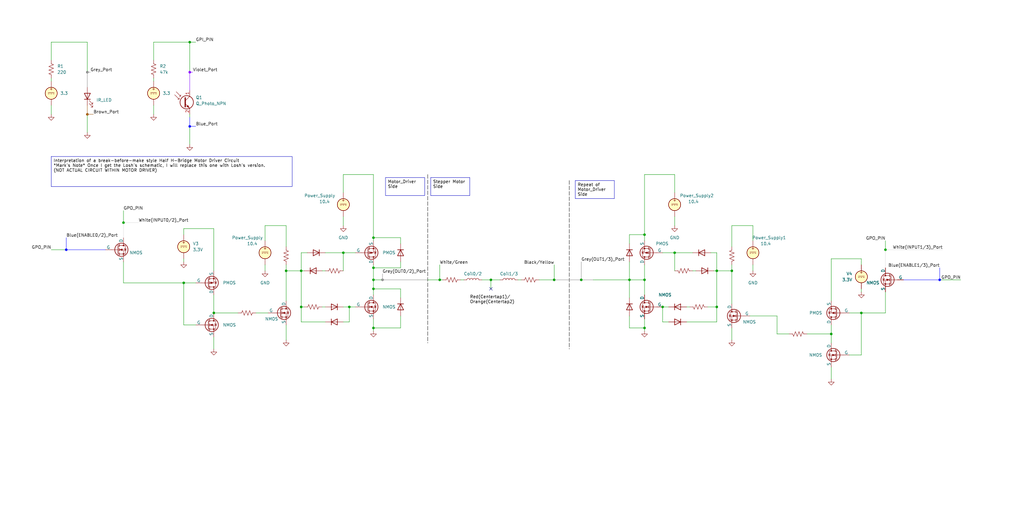
<source format=kicad_sch>
(kicad_sch (version 20230121) (generator eeschema)
  (paper "User" 431.8 219.989)
  (lib_symbols
    (symbol "Device:D" (pin_numbers hide) (pin_names (offset 1.016) hide)
      (property "Reference" "D" (at 0 2.54 0))
      (property "Value" "D" (at 0 -2.54 0))
      (symbol "D_0_1"
        (polyline (pts (xy -1.27 1.27) (xy -1.27 -1.27)) (stroke (width 0.254)))
        (polyline (pts (xy 1.27 0) (xy -1.27 0)))
        (polyline (pts (xy 1.27 1.27) (xy 1.27 -1.27) (xy -1.27 0) (xy 1.27 1.27)) (stroke (width 0.254)))
      )
      (symbol "D_1_1"
        (pin passive line (at -3.81 0 0) (length 2.54) (name "K") (number "1"))
        (pin passive line (at 3.81 0 180) (length 2.54) (name "A") (number "2"))
      )
    )
    (symbol "Device:L" (pin_numbers hide) (pin_names (offset 1.016) hide)
      (property "Reference" "L" (at -1.27 0 90))
      (property "Value" "L" (at 1.905 0 90))
      (symbol "L_0_1"
        (arc (start 0 -2.54) (mid 0.6323 -1.905) (end 0 -1.27))
        (arc (start 0 -1.27) (mid 0.6323 -0.635) (end 0 0))
        (arc (start 0 0) (mid 0.6323 0.635) (end 0 1.27))
        (arc (start 0 1.27) (mid 0.6323 1.905) (end 0 2.54))
      )
      (symbol "L_1_1"
        (pin passive line (at 0 3.81 270) (length 1.27) (name "1") (number "1"))
        (pin passive line (at 0 -3.81 90) (length 1.27) (name "2") (number "2"))
      )
    )
    (symbol "Device:LED" (pin_numbers hide) (pin_names (offset 1.016) hide)
      (property "Reference" "D" (at 0 2.54 0))
      (property "Value" "LED" (at 0 -2.54 0))
      (symbol "LED_0_1"
        (polyline (pts (xy -1.27 -1.27) (xy -1.27 1.27)) (stroke (width 0.254)))
        (polyline (pts (xy -1.27 0) (xy 1.27 0)))
        (polyline (pts (xy 1.27 -1.27) (xy 1.27 1.27) (xy -1.27 0) (xy 1.27 -1.27)) (stroke (width 0.254)))
        (polyline (pts (xy -3.048 -0.762) (xy -4.572 -2.286) (xy -3.81 -2.286) (xy -4.572 -2.286) (xy -4.572 -1.524)))
        (polyline (pts (xy -1.778 -0.762) (xy -3.302 -2.286) (xy -2.54 -2.286) (xy -3.302 -2.286) (xy -3.302 -1.524)))
      )
      (symbol "LED_1_1"
        (pin passive line (at -3.81 0 0) (length 2.54) (name "K") (number "1"))
        (pin passive line (at 3.81 0 180) (length 2.54) (name "A") (number "2"))
      )
    )
    (symbol "Device:Q_Photo_NPN" (pin_names (offset 0) hide)
      (property "Reference" "Q" (at 5.08 1.27 0))
      (property "Value" "Q_Photo_NPN" (at 5.08 -1.27 0))
      (symbol "Q_Photo_NPN_0_1"
        (polyline (pts (xy -1.905 1.27) (xy -2.54 1.27)))
        (polyline (pts (xy -1.27 2.54) (xy -1.905 2.54)))
        (polyline (pts (xy 0.635 0.635) (xy 2.54 2.54)))
        (polyline (pts (xy -3.81 3.175) (xy -1.905 1.27) (xy -1.905 1.905)))
        (polyline (pts (xy -3.175 4.445) (xy -1.27 2.54) (xy -1.27 3.175)))
        (polyline (pts (xy 0.635 -0.635) (xy 2.54 -2.54) (xy 2.54 -2.54)))
        (polyline (pts (xy 0.635 1.905) (xy 0.635 -1.905) (xy 0.635 -1.905)) (stroke (width 0.508)))
        (polyline (pts (xy 1.27 -1.778) (xy 1.778 -1.27) (xy 2.286 -2.286) (xy 1.27 -1.778) (xy 1.27 -1.778)) (fill (type outline)))
        (circle (center 1.27 0) (radius 2.8194) (stroke (width 0.254)))
      )
      (symbol "Q_Photo_NPN_1_1"
        (pin passive line (at 2.54 5.08 270) (length 2.54) (name "C") (number "1"))
        (pin passive line (at 2.54 -5.08 90) (length 2.54) (name "E") (number "2"))
      )
    )
    (symbol "Device:R_US" (pin_numbers hide) (pin_names (offset 0))
      (property "Reference" "R" (at 2.54 0 90))
      (property "Value" "R_US" (at -2.54 0 90))
      (symbol "R_US_0_1"
        (polyline (pts (xy 0 -2.286) (xy 0 -2.54)))
        (polyline (pts (xy 0 2.286) (xy 0 2.54)))
        (polyline (pts (xy 0 -0.762) (xy 1.016 -1.143) (xy 0 -1.524) (xy -1.016 -1.905) (xy 0 -2.286)))
        (polyline (pts (xy 0 0.762) (xy 1.016 0.381) (xy 0 0) (xy -1.016 -0.381) (xy 0 -0.762)))
        (polyline (pts (xy 0 2.286) (xy 1.016 1.905) (xy 0 1.524) (xy -1.016 1.143) (xy 0 0.762)))
      )
      (symbol "R_US_1_1"
        (pin passive line (at 0 3.81 270) (length 1.27) (name "~") (number "1"))
        (pin passive line (at 0 -3.81 90) (length 1.27) (name "~") (number "2"))
      )
    )
    (symbol "Simulation_SPICE:NMOS" (pin_numbers hide) (pin_names (offset 0))
      (property "Reference" "Q" (at 5.08 1.27 0))
      (property "Value" "NMOS" (at 5.08 -1.27 0))
      (symbol "NMOS_0_1"
        (polyline (pts (xy 0.254 0) (xy -2.54 0)))
        (polyline (pts (xy 0.254 1.905) (xy 0.254 -1.905)) (stroke (width 0.254)))
        (polyline (pts (xy 0.762 -1.27) (xy 0.762 -2.286)) (stroke (width 0.254)))
        (polyline (pts (xy 0.762 0.508) (xy 0.762 -0.508)) (stroke (width 0.254)))
        (polyline (pts (xy 0.762 2.286) (xy 0.762 1.27)) (stroke (width 0.254)))
        (polyline (pts (xy 2.54 2.54) (xy 2.54 1.778)))
        (polyline (pts (xy 2.54 -2.54) (xy 2.54 0) (xy 0.762 0)))
        (polyline (pts (xy 0.762 -1.778) (xy 3.302 -1.778) (xy 3.302 1.778) (xy 0.762 1.778)))
        (polyline (pts (xy 1.016 0) (xy 2.032 0.381) (xy 2.032 -0.381) (xy 1.016 0)) (fill (type outline)))
        (polyline (pts (xy 2.794 0.508) (xy 2.921 0.381) (xy 3.683 0.381) (xy 3.81 0.254)))
        (polyline (pts (xy 3.302 0.381) (xy 2.921 -0.254) (xy 3.683 -0.254) (xy 3.302 0.381)))
        (circle (center 1.651 0) (radius 2.794) (stroke (width 0.254)))
        (circle (center 2.54 -1.778) (radius 0.254) (fill (type outline)))
        (circle (center 2.54 1.778) (radius 0.254) (fill (type outline)))
      )
      (symbol "NMOS_1_1"
        (pin passive line (at 2.54 5.08 270) (length 2.54) (name "D") (number "1"))
        (pin input line (at -5.08 0 0) (length 2.54) (name "G") (number "2"))
        (pin passive line (at 2.54 -5.08 90) (length 2.54) (name "S") (number "3"))
      )
    )
    (symbol "Simulation_SPICE:PMOS" (pin_numbers hide) (pin_names (offset 0))
      (property "Reference" "Q" (at 5.08 1.27 0))
      (property "Value" "PMOS" (at 5.08 -1.27 0))
      (symbol "PMOS_0_1"
        (polyline (pts (xy 0.254 0) (xy -2.54 0)))
        (polyline (pts (xy 0.254 1.905) (xy 0.254 -1.905)) (stroke (width 0.254)))
        (polyline (pts (xy 0.762 -1.27) (xy 0.762 -2.286)) (stroke (width 0.254)))
        (polyline (pts (xy 0.762 0.508) (xy 0.762 -0.508)) (stroke (width 0.254)))
        (polyline (pts (xy 0.762 2.286) (xy 0.762 1.27)) (stroke (width 0.254)))
        (polyline (pts (xy 2.54 2.54) (xy 2.54 1.778)))
        (polyline (pts (xy 2.54 -2.54) (xy 2.54 0) (xy 0.762 0)))
        (polyline (pts (xy 0.762 1.778) (xy 3.302 1.778) (xy 3.302 -1.778) (xy 0.762 -1.778)))
        (polyline (pts (xy 2.286 0) (xy 1.27 0.381) (xy 1.27 -0.381) (xy 2.286 0)) (fill (type outline)))
        (polyline (pts (xy 2.794 -0.508) (xy 2.921 -0.381) (xy 3.683 -0.381) (xy 3.81 -0.254)))
        (polyline (pts (xy 3.302 -0.381) (xy 2.921 0.254) (xy 3.683 0.254) (xy 3.302 -0.381)))
        (circle (center 1.651 0) (radius 2.794) (stroke (width 0.254)))
        (circle (center 2.54 -1.778) (radius 0.254) (fill (type outline)))
        (circle (center 2.54 1.778) (radius 0.254) (fill (type outline)))
      )
      (symbol "PMOS_1_1"
        (pin passive line (at 2.54 5.08 270) (length 2.54) (name "D") (number "1"))
        (pin input line (at -5.08 0 0) (length 2.54) (name "G") (number "2"))
        (pin passive line (at 2.54 -5.08 90) (length 2.54) (name "S") (number "3"))
      )
    )
    (symbol "Simulation_SPICE:VDC" (pin_numbers hide) (pin_names (offset 0.0254))
      (property "Reference" "V" (at 2.54 2.54 0))
      (property "Value" "1" (at 2.54 0 0))
      (symbol "VDC_0_0"
        (polyline (pts (xy -1.27 0.254) (xy 1.27 0.254)))
        (polyline (pts (xy -0.762 -0.254) (xy -1.27 -0.254)))
        (polyline (pts (xy 0.254 -0.254) (xy -0.254 -0.254)))
        (polyline (pts (xy 1.27 -0.254) (xy 0.762 -0.254)))
        (text "+" (at 0 1.905 0) (effects (font (size 1.27 1.27))))
      )
      (symbol "VDC_0_1"
        (circle (center 0 0) (radius 2.54) (stroke (width 0.254)) (fill (type background)))
      )
      (symbol "VDC_1_1"
        (pin passive line (at 0 5.08 270) (length 2.54) (name "~") (number "1"))
        (pin passive line (at 0 -5.08 90) (length 2.54) (name "~") (number "2"))
      )
    )
    (symbol "power:GND" (power) (pin_names (offset 0))
      (property "Value" "GND" (at 0 -3.81 0))
      (symbol "GND_0_1"
        (polyline (pts (xy 0 0) (xy 0 -1.27) (xy 1.27 -1.27) (xy 0 -2.54) (xy -1.27 -1.27) (xy 0 -1.27)))
      )
      (symbol "GND_1_1"
        (pin power_in line (at 0 0 270) (length 0) hide (name "GND") (number "1"))
      )
    )
  )
  (junction (at 271.78 118.11))
  (junction (at 147.32 129.54))
  (junction (at 350.52 140.97))
  (junction (at 80.01 30.48) (color 127 0 255 1))
  (junction (at 284.48 106.68))
  (junction (at 127 129.54))
  (junction (at 157.48 100.33))
  (junction (at 363.22 132.08))
  (junction (at 265.43 118.11))
  (junction (at 245.11 118.11))
  (junction (at 36.83 30.48) (color 128 128 128 1))
  (junction (at 157.48 121.92))
  (junction (at 120.65 114.3))
  (junction (at 279.4 129.54))
  (junction (at 52.07 93.98))
  (junction (at 185.42 118.11))
  (junction (at 80.01 53.34) (color 0 0 255 1))
  (junction (at 396.24 118.11) (color 0 0 255 1))
  (junction (at 27.94 105.41) (color 0 0 255 1))
  (junction (at 80.01 17.78))
  (junction (at 302.26 129.54))
  (junction (at 302.26 114.3))
  (junction (at 308.61 114.3))
  (junction (at 271.78 99.06))
  (junction (at 207.01 118.11))
  (junction (at 373.38 105.41))
  (junction (at 127 114.3))
  (junction (at 90.17 132.08))
  (junction (at 144.78 106.68))
  (junction (at 157.48 113.03))
  (junction (at 157.48 138.43))
  (junction (at 77.47 119.38))
  (junction (at 36.83 48.26) (color 150 75 0 1))
  (junction (at 233.68 118.11))
  (junction (at 271.78 138.43))
  (junction (at 161.29 118.11) (color 128 128 128 1))
  (junction (at 157.48 118.11))
  (no_connect (at 207.01 121.92))
  (wire (pts (xy 308.61 111.76) (xy 308.61 114.3)))
  (wire (pts (xy 52.07 93.98) (xy 58.42 93.98)) (stroke (width 0) (color 220 220 220 1)))
  (wire (pts (xy 265.43 118.11) (xy 271.78 118.11)))
  (wire (pts (xy 127 114.3) (xy 128.27 114.3)))
  (wire (pts (xy 396.24 113.03) (xy 396.24 118.11)) (stroke (width 0) (color 0 0 255 1)))
  (wire (pts (xy 64.77 17.78) (xy 80.01 17.78)))
  (wire (pts (xy 290.83 129.54) (xy 289.56 129.54)))
  (wire (pts (xy 36.83 30.48) (xy 38.1 30.48)) (stroke (width 0) (color 128 128 128 1)))
  (wire (pts (xy 52.07 93.98) (xy 52.07 100.33)) (stroke (width 0) (color 220 220 220 1)))
  (wire (pts (xy 381 118.11) (xy 396.24 118.11)) (stroke (width 0) (color 0 0 255 1)))
  (wire (pts (xy 363.22 109.22) (xy 363.22 111.76)))
  (wire (pts (xy 36.83 48.26) (xy 39.37 48.26)) (stroke (width 0) (color 150 75 0 1)))
  (wire (pts (xy 218.44 118.11) (xy 219.71 118.11)))
  (wire (pts (xy 350.52 140.97) (xy 350.52 144.78)))
  (wire (pts (xy 77.47 119.38) (xy 82.55 119.38)))
  (wire (pts (xy 308.61 114.3) (xy 308.61 128.27)))
  (wire (pts (xy 90.17 142.24) (xy 90.17 147.32)))
  (wire (pts (xy 281.94 135.89) (xy 279.4 135.89)))
  (wire (pts (xy 107.95 132.08) (xy 113.03 132.08)))
  (wire (pts (xy 64.77 33.02) (xy 64.77 34.29)))
  (wire (pts (xy 111.76 111.76) (xy 111.76 114.3)))
  (wire (pts (xy 302.26 135.89) (xy 289.56 135.89)))
  (wire (pts (xy 245.11 110.49) (xy 245.11 118.11)) (stroke (width 0) (color 128 128 128 1)))
  (polyline (pts (xy 240.03 76.2) (xy 240.03 147.32)) (stroke (width 0) (type dash) (color 0 0 1 1)))
  (wire (pts (xy 127 106.68) (xy 127 114.3)))
  (wire (pts (xy 265.43 99.06) (xy 265.43 102.87)))
  (wire (pts (xy 111.76 95.25) (xy 120.65 95.25)))
  (wire (pts (xy 157.48 138.43) (xy 168.91 138.43)))
  (wire (pts (xy 271.78 134.62) (xy 271.78 138.43)))
  (wire (pts (xy 293.37 114.3) (xy 292.1 114.3)))
  (wire (pts (xy 157.48 113.03) (xy 157.48 118.11)))
  (polyline (pts (xy 180.34 73.66) (xy 180.34 144.78)) (stroke (width 0) (type dash) (color 0 0 1 1)))
  (wire (pts (xy 144.78 91.44) (xy 144.78 95.25)))
  (wire (pts (xy 147.32 129.54) (xy 149.86 129.54)))
  (wire (pts (xy 127 106.68) (xy 129.54 106.68)))
  (wire (pts (xy 157.48 118.11) (xy 161.29 118.11)))
  (wire (pts (xy 127 135.89) (xy 137.16 135.89)))
  (wire (pts (xy 157.48 121.92) (xy 157.48 124.46)))
  (wire (pts (xy 127 129.54) (xy 127 135.89)))
  (wire (pts (xy 327.66 133.35) (xy 327.66 140.97)))
  (wire (pts (xy 207.01 118.11) (xy 207.01 121.92)))
  (wire (pts (xy 36.83 48.26) (xy 36.83 55.88)))
  (wire (pts (xy 52.07 110.49) (xy 52.07 119.38)))
  (wire (pts (xy 21.59 33.02) (xy 21.59 34.29)))
  (wire (pts (xy 144.78 129.54) (xy 147.32 129.54)))
  (wire (pts (xy 203.2 118.11) (xy 207.01 118.11)))
  (wire (pts (xy 144.78 73.66) (xy 144.78 81.28)))
  (wire (pts (xy 168.91 121.92) (xy 168.91 125.73)))
  (wire (pts (xy 308.61 114.3) (xy 302.26 114.3)))
  (wire (pts (xy 144.78 106.68) (xy 144.78 114.3)))
  (wire (pts (xy 120.65 137.16) (xy 120.65 143.51)))
  (wire (pts (xy 144.78 73.66) (xy 157.48 73.66)))
  (wire (pts (xy 157.48 111.76) (xy 157.48 113.03)))
  (wire (pts (xy 302.26 129.54) (xy 298.45 129.54)))
  (wire (pts (xy 245.11 118.11) (xy 250.19 118.11)) (stroke (width 0) (color 128 128 128 1)))
  (wire (pts (xy 373.38 101.6) (xy 373.38 105.41)))
  (wire (pts (xy 120.65 95.25) (xy 120.65 104.14)))
  (wire (pts (xy 363.22 121.92) (xy 363.22 123.19)))
  (wire (pts (xy 21.59 44.45) (xy 21.59 48.26)))
  (wire (pts (xy 271.78 138.43) (xy 271.78 139.7)))
  (wire (pts (xy 180.34 118.11) (xy 185.42 118.11)))
  (wire (pts (xy 284.48 91.44) (xy 284.48 95.25)))
  (wire (pts (xy 90.17 132.08) (xy 100.33 132.08)))
  (wire (pts (xy 265.43 118.11) (xy 265.43 125.73)))
  (wire (pts (xy 405.13 118.11) (xy 396.24 118.11)))
  (wire (pts (xy 302.26 106.68) (xy 302.26 114.3)))
  (wire (pts (xy 271.78 99.06) (xy 271.78 101.6)))
  (wire (pts (xy 279.4 129.54) (xy 279.4 135.89)))
  (wire (pts (xy 363.22 132.08) (xy 363.22 149.86)))
  (wire (pts (xy 80.01 17.78) (xy 82.55 17.78)))
  (wire (pts (xy 350.52 109.22) (xy 350.52 127)))
  (wire (pts (xy 157.48 73.66) (xy 157.48 100.33)))
  (wire (pts (xy 308.61 138.43) (xy 308.61 143.51)))
  (wire (pts (xy 27.94 100.33) (xy 27.94 105.41)) (stroke (width 0) (color 0 0 255 1)))
  (wire (pts (xy 350.52 140.97) (xy 340.36 140.97)))
  (wire (pts (xy 157.48 118.11) (xy 157.48 121.92)))
  (wire (pts (xy 317.5 111.76) (xy 317.5 114.3)))
  (wire (pts (xy 137.16 106.68) (xy 144.78 106.68)))
  (wire (pts (xy 144.78 106.68) (xy 149.86 106.68)))
  (wire (pts (xy 80.01 48.26) (xy 80.01 49.53)))
  (wire (pts (xy 250.19 118.11) (xy 265.43 118.11)))
  (wire (pts (xy 397.51 105.41) (xy 373.38 105.41)) (stroke (width 0) (color 220 220 220 1)))
  (wire (pts (xy 36.83 30.48) (xy 36.83 36.83)) (stroke (width 0) (color 128 128 128 1)))
  (wire (pts (xy 120.65 114.3) (xy 120.65 127)))
  (wire (pts (xy 363.22 109.22) (xy 350.52 109.22)))
  (wire (pts (xy 265.43 99.06) (xy 271.78 99.06)))
  (wire (pts (xy 302.26 114.3) (xy 300.99 114.3)))
  (wire (pts (xy 135.89 114.3) (xy 137.16 114.3)))
  (wire (pts (xy 157.48 100.33) (xy 157.48 101.6)))
  (wire (pts (xy 120.65 111.76) (xy 120.65 114.3)))
  (wire (pts (xy 80.01 53.34) (xy 80.01 60.96)))
  (wire (pts (xy 332.74 140.97) (xy 327.66 140.97)))
  (wire (pts (xy 157.48 134.62) (xy 157.48 138.43)))
  (wire (pts (xy 80.01 49.53) (xy 80.01 53.34)) (stroke (width 0) (color 0 0 255 1)))
  (wire (pts (xy 157.48 138.43) (xy 157.48 139.7)))
  (wire (pts (xy 284.48 106.68) (xy 284.48 114.3)))
  (wire (pts (xy 77.47 109.22) (xy 77.47 110.49)))
  (wire (pts (xy 265.43 110.49) (xy 265.43 118.11)))
  (wire (pts (xy 77.47 119.38) (xy 77.47 137.16)))
  (wire (pts (xy 327.66 133.35) (xy 316.23 133.35)))
  (wire (pts (xy 80.01 53.34) (xy 82.55 53.34)) (stroke (width 0) (color 0 0 255 1)))
  (wire (pts (xy 233.68 111.76) (xy 233.68 118.11)))
  (wire (pts (xy 302.26 106.68) (xy 299.72 106.68)))
  (wire (pts (xy 168.91 100.33) (xy 168.91 102.87)))
  (wire (pts (xy 36.83 17.78) (xy 36.83 30.48)))
  (wire (pts (xy 157.48 100.33) (xy 168.91 100.33)))
  (wire (pts (xy 233.68 118.11) (xy 245.11 118.11)) (stroke (width 0) (color 128 128 128 1)))
  (wire (pts (xy 265.43 133.35) (xy 265.43 138.43)))
  (wire (pts (xy 350.52 137.16) (xy 350.52 140.97)))
  (wire (pts (xy 157.48 121.92) (xy 168.91 121.92)))
  (wire (pts (xy 168.91 133.35) (xy 168.91 138.43)))
  (wire (pts (xy 317.5 95.25) (xy 317.5 101.6)))
  (wire (pts (xy 157.48 113.03) (xy 168.91 113.03)))
  (wire (pts (xy 363.22 132.08) (xy 373.38 132.08)))
  (wire (pts (xy 77.47 137.16) (xy 82.55 137.16)))
  (wire (pts (xy 185.42 118.11) (xy 186.69 118.11)))
  (wire (pts (xy 194.31 118.11) (xy 195.58 118.11)))
  (wire (pts (xy 21.59 17.78) (xy 36.83 17.78)))
  (wire (pts (xy 147.32 129.54) (xy 147.32 135.89)))
  (wire (pts (xy 77.47 96.52) (xy 77.47 99.06)))
  (wire (pts (xy 284.48 73.66) (xy 284.48 81.28)))
  (wire (pts (xy 271.78 118.11) (xy 271.78 124.46)))
  (wire (pts (xy 90.17 124.46) (xy 90.17 132.08)))
  (wire (pts (xy 284.48 73.66) (xy 271.78 73.66)))
  (wire (pts (xy 271.78 73.66) (xy 271.78 99.06)))
  (wire (pts (xy 317.5 95.25) (xy 308.61 95.25)))
  (wire (pts (xy 36.83 44.45) (xy 36.83 48.26)) (stroke (width 0) (color 150 75 0 1)))
  (wire (pts (xy 373.38 105.41) (xy 373.38 113.03)) (stroke (width 0) (color 220 220 220 1)))
  (wire (pts (xy 302.26 114.3) (xy 302.26 129.54)))
  (wire (pts (xy 161.29 118.11) (xy 180.34 118.11)) (stroke (width 0) (color 128 128 128 1)))
  (wire (pts (xy 207.01 118.11) (xy 210.82 118.11)))
  (wire (pts (xy 90.17 96.52) (xy 90.17 114.3)))
  (wire (pts (xy 363.22 149.86) (xy 358.14 149.86)))
  (wire (pts (xy 52.07 119.38) (xy 77.47 119.38)))
  (wire (pts (xy 64.77 44.45) (xy 64.77 48.26)))
  (wire (pts (xy 308.61 95.25) (xy 308.61 104.14)))
  (wire (pts (xy 292.1 106.68) (xy 284.48 106.68)))
  (wire (pts (xy 80.01 17.78) (xy 80.01 30.48)))
  (wire (pts (xy 265.43 138.43) (xy 271.78 138.43)))
  (wire (pts (xy 363.22 132.08) (xy 358.14 132.08)))
  (wire (pts (xy 284.48 106.68) (xy 279.4 106.68)))
  (wire (pts (xy 77.47 96.52) (xy 90.17 96.52)))
  (wire (pts (xy 135.89 129.54) (xy 137.16 129.54)))
  (wire (pts (xy 161.29 115.57) (xy 161.29 118.11)) (stroke (width 0) (color 128 128 128 1)))
  (wire (pts (xy 271.78 111.76) (xy 271.78 118.11)))
  (wire (pts (xy 120.65 114.3) (xy 127 114.3)))
  (wire (pts (xy 302.26 129.54) (xy 302.26 135.89)))
  (wire (pts (xy 281.94 129.54) (xy 279.4 129.54)))
  (wire (pts (xy 111.76 95.25) (xy 111.76 101.6)))
  (wire (pts (xy 350.52 154.94) (xy 350.52 160.02)))
  (wire (pts (xy 52.07 88.9) (xy 52.07 93.98)))
  (wire (pts (xy 27.94 105.41) (xy 44.45 105.41)) (stroke (width 0) (color 0 0 255 1)))
  (wire (pts (xy 127 129.54) (xy 128.27 129.54)))
  (wire (pts (xy 21.59 105.41) (xy 27.94 105.41)))
  (wire (pts (xy 144.78 135.89) (xy 147.32 135.89)))
  (wire (pts (xy 21.59 17.78) (xy 21.59 25.4)))
  (wire (pts (xy 127 114.3) (xy 127 129.54)))
  (wire (pts (xy 168.91 110.49) (xy 168.91 113.03)))
  (wire (pts (xy 185.42 111.76) (xy 185.42 118.11)))
  (wire (pts (xy 80.01 30.48) (xy 81.28 30.48)) (stroke (width 0) (color 127 0 255 1)))
  (wire (pts (xy 227.33 118.11) (xy 233.68 118.11)))
  (wire (pts (xy 80.01 30.48) (xy 80.01 38.1)) (stroke (width 0) (color 127 0 255 1)))
  (wire (pts (xy 64.77 17.78) (xy 64.77 25.4)))
  (wire (pts (xy 373.38 123.19) (xy 373.38 132.08)))
  (text_box "Motor_Driver Side" (at 162.56 74.93 0) (size 16.51 7.62) (effects (font (size 1.27 1.27)) (justify left top)))
  (text_box "Repeat of Motor_Driver Side" (at 242.57 76.2 0) (size 16.51 7.62) (effects (font (size 1.27 1.27)) (justify left top)))
  (text_box "Stepper Motor Side" (at 181.61 74.93 0) (size 16.51 7.62) (effects (font (size 1.27 1.27)) (justify left top)))
  (text_box "Interpretation of a break-before-make style Half H-Bridge Motor Driver Circuit\n*Mark's Note* Once I get the Losh's schematic, I will replace this one with Losh's version.\n(NOT ACTUAL CIRCUIT WITHIN MOTOR DRIVER)" (at 21.59 66.04 0) (size 101.6 12.7) (effects (font (size 1.27 1.27)) (justify left top)))
  (text "Red(Centertap1)/\nOrange(Centertap2)\n" (at 198.12 128.27 0) (effects (font (size 1.27 1.27)) (justify left bottom)))
  (label "Grey(OUT1{slash}3)_Port" (at 245.11 110.49 0))
  (label "Brown_Port" (at 39.37 48.26 0))
  (label "Black{slash}Yellow" (at 233.68 111.76 180))
  (label "GPI_PIN" (at 82.55 17.78 0))
  (label "Grey(OUT0{slash}2)_Port" (at 161.29 115.57 0))
  (label "GPO_PIN" (at 373.38 101.6 180))
  (label "Grey_Port" (at 38.1 30.48 0))
  (label "White{slash}Green" (at 185.42 111.76 0))
  (label "Blue(ENABLE1{slash}3)_Port" (at 396.24 113.03 180))
  (label "White(INPUT0{slash}2)_Port" (at 58.42 93.98 0))
  (label "GPO_PIN" (at 405.13 118.11 180))
  (label "White(INPUT1{slash}3)_Port" (at 397.51 105.41 180))
  (label "GPO_PIN" (at 52.07 88.9 0))
  (label "GPO_PIN" (at 21.59 105.41 180))
  (label "Violet_Port" (at 81.28 30.48 0))
  (label "Blue(ENABLE0{slash}2)_Port" (at 27.94 100.33 0))
  (label "Blue_Port" (at 82.55 53.34 0))
  (symbol (lib_id "Simulation_SPICE:VDC") (at 64.77 39.37 0) (unit 1)
    (property "Reference" "V2" (effects hide))
    (property "Value" "3.3" (at 68.58 39.3342 0) (effects (justify left)))
    (property "Sim.Pins" "1=+ 2=-" (effects hide))
    (property "Sim.Type" "DC" (effects hide))
    (property "Sim.Device" "V" (effects hide))
  )
  (symbol (lib_id "Simulation_SPICE:PMOS") (at 353.06 132.08 180) (unit 1)
    (property "Reference" "Q9" (effects hide))
    (property "Value" "PMOS" (at 346.71 132.08 0) (effects (justify left)))
    (property "Datasheet" "https://ngspice.sourceforge.io/docs/ngspice-manual.pdf" (effects hide))
    (property "Sim.Device" "PMOS" (effects hide))
    (property "Sim.Type" "VDMOS" (effects hide))
    (property "Sim.Pins" "1=D 2=G 3=S" (effects hide))
  )
  (symbol (lib_id "Device:L") (at 199.39 118.11 90) (unit 1)
    (property "Reference" "Coil0/2" (at 199.39 115.57 90))
    (property "Value" "L" (effects hide))
  )
  (symbol (lib_id "Device:D") (at 140.97 135.89 0) (unit 1)
    (property "Reference" "D4" (effects hide))
    (property "Value" "D" (effects hide))
    (property "Sim.Device" "D" (effects hide))
    (property "Sim.Pins" "1=K 2=A" (effects hide))
  )
  (symbol (lib_id "power:GND") (at 363.22 123.19 0) (mirror y) (unit 1)
    (property "Reference" "#PWR011" (effects hide))
    (property "Value" "GND" (effects hide))
  )
  (symbol (lib_id "Device:D") (at 168.91 129.54 270) (unit 1)
    (property "Reference" "D6" (effects hide))
    (property "Value" "D" (effects hide))
    (property "Sim.Device" "D" (effects hide))
    (property "Sim.Pins" "1=K 2=A" (effects hide))
  )
  (symbol (lib_id "Simulation_SPICE:PMOS") (at 87.63 119.38 0) (mirror x) (unit 1)
    (property "Reference" "Q4" (effects hide))
    (property "Value" "PMOS" (at 93.98 119.38 0) (effects (justify left)))
    (property "Datasheet" "https://ngspice.sourceforge.io/docs/ngspice-manual.pdf" (effects hide))
    (property "Sim.Device" "PMOS" (effects hide))
    (property "Sim.Type" "VDMOS" (effects hide))
    (property "Sim.Pins" "1=D 2=G 3=S" (effects hide))
  )
  (symbol (lib_id "Simulation_SPICE:NMOS") (at 375.92 118.11 0) (mirror y) (unit 1)
    (property "Reference" "Q8" (effects hide))
    (property "Value" "NMOS" (at 370.84 119.38 0) (effects (justify left)))
    (property "Datasheet" "https://ngspice.sourceforge.io/docs/ngspice-manual.pdf" (effects hide))
    (property "Sim.Device" "NMOS" (effects hide))
    (property "Sim.Type" "VDMOS" (effects hide))
    (property "Sim.Pins" "1=D 2=G 3=S" (effects hide))
  )
  (symbol (lib_id "power:GND") (at 64.77 48.26 0) (unit 1)
    (property "Reference" "#PWR03" (effects hide))
    (property "Value" "GND" (effects hide))
  )
  (symbol (lib_id "power:GND") (at 90.17 147.32 0) (unit 1)
    (property "Reference" "#PWR07" (effects hide))
    (property "Value" "GND" (effects hide))
  )
  (symbol (lib_id "Device:R_US") (at 336.55 140.97 270) (mirror x) (unit 1)
    (property "Reference" "R7" (effects hide))
    (property "Value" "R_US" (effects hide))
  )
  (symbol (lib_id "power:GND") (at 284.48 95.25 0) (mirror y) (unit 1)
    (property "Reference" "#PWR015" (effects hide))
    (property "Value" "GND" (at 284.48 100.33 0))
  )
  (symbol (lib_id "Device:R_US") (at 294.64 129.54 270) (mirror x) (unit 1)
    (property "Reference" "R13" (effects hide))
    (property "Value" "R_US" (effects hide))
  )
  (symbol (lib_id "Simulation_SPICE:VDC") (at 21.59 39.37 0) (unit 1)
    (property "Reference" "V1" (effects hide))
    (property "Value" "3.3" (at 25.4 39.3342 0) (effects (justify left)))
    (property "Sim.Pins" "1=+ 2=-" (effects hide))
    (property "Sim.Type" "DC" (effects hide))
    (property "Sim.Device" "V" (effects hide))
  )
  (symbol (lib_id "Simulation_SPICE:NMOS") (at 154.94 129.54 0) (unit 1)
    (property "Reference" "Q7" (effects hide))
    (property "Value" "NMOS" (at 161.29 129.54 0) (effects (justify left)))
    (property "Datasheet" "https://ngspice.sourceforge.io/docs/ngspice-manual.pdf" (effects hide))
    (property "Sim.Device" "NMOS" (effects hide))
    (property "Sim.Type" "VDMOS" (effects hide))
    (property "Sim.Pins" "1=D 2=G 3=S" (effects hide))
  )
  (symbol (lib_id "power:GND") (at 271.78 139.7 0) (mirror y) (unit 1)
    (property "Reference" "#PWR016" (effects hide))
    (property "Value" "GND" (effects hide))
  )
  (symbol (lib_id "power:GND") (at 21.59 48.26 0) (unit 1)
    (property "Reference" "#PWR02" (effects hide))
    (property "Value" "GND" (effects hide))
  )
  (symbol (lib_id "Device:R_US") (at 120.65 107.95 0) (unit 1)
    (property "Reference" "R3" (effects hide))
    (property "Value" "1k" (effects hide))
  )
  (symbol (lib_id "Device:D") (at 265.43 106.68 270) (unit 1)
    (property "Reference" "D7" (effects hide))
    (property "Value" "D" (effects hide))
    (property "Sim.Device" "D" (effects hide))
    (property "Sim.Pins" "1=K 2=A" (effects hide))
  )
  (symbol (lib_id "Device:R_US") (at 190.5 118.11 90) (unit 1)
    (property "Reference" "R4" (effects hide))
    (property "Value" "R_US" (effects hide))
  )
  (symbol (lib_id "Device:D") (at 295.91 106.68 0) (mirror x) (unit 1)
    (property "Reference" "D9" (effects hide))
    (property "Value" "D" (effects hide))
    (property "Sim.Device" "D" (effects hide))
    (property "Sim.Pins" "1=K 2=A" (effects hide))
  )
  (symbol (lib_id "Device:R_US") (at 64.77 29.21 0) (unit 1)
    (property "Reference" "R2" (at 67.31 27.94 0) (effects (justify left)))
    (property "Value" "47k" (at 67.31 30.48 0) (effects (justify left)))
  )
  (symbol (lib_id "power:GND") (at 317.5 114.3 0) (mirror y) (unit 1)
    (property "Reference" "#PWR013" (effects hide))
    (property "Value" "GND" (at 317.5 119.38 0))
  )
  (symbol (lib_id "Simulation_SPICE:VDC") (at 363.22 116.84 0) (mirror y) (unit 1)
    (property "Reference" "V4" (at 359.41 115.5342 0) (effects (justify left)))
    (property "Value" "3.3V" (at 359.41 118.0742 0) (effects (justify left)))
    (property "Sim.Pins" "1=+ 2=-" (effects hide))
    (property "Sim.Type" "DC" (effects hide))
    (property "Sim.Device" "V" (effects hide))
  )
  (symbol (lib_id "Device:LED") (at 36.83 40.64 90) (unit 1)
    (property "Reference" "IR_LED" (at 40.64 42.2275 90) (effects (justify right)))
    (property "Value" "LED" (effects hide))
  )
  (symbol (lib_id "power:GND") (at 144.78 95.25 0) (unit 1)
    (property "Reference" "#PWR09" (effects hide))
    (property "Value" "GND" (at 144.78 100.33 0))
  )
  (symbol (lib_id "power:GND") (at 157.48 139.7 0) (unit 1)
    (property "Reference" "#PWR010" (effects hide))
    (property "Value" "GND" (effects hide))
  )
  (symbol (lib_id "power:GND") (at 308.61 143.51 0) (mirror y) (unit 1)
    (property "Reference" "#PWR014" (effects hide))
    (property "Value" "GND" (effects hide))
  )
  (symbol (lib_id "Device:R_US") (at 104.14 132.08 90) (unit 1)
    (property "Reference" "R6" (effects hide))
    (property "Value" "R_US" (effects hide))
  )
  (symbol (lib_id "Simulation_SPICE:NMOS") (at 87.63 137.16 0) (unit 1)
    (property "Reference" "Q5" (effects hide))
    (property "Value" "NMOS" (at 93.98 137.16 0) (effects (justify left)))
    (property "Datasheet" "https://ngspice.sourceforge.io/docs/ngspice-manual.pdf" (effects hide))
    (property "Sim.Device" "NMOS" (effects hide))
    (property "Sim.Type" "VDMOS" (effects hide))
    (property "Sim.Pins" "1=D 2=G 3=S" (effects hide))
  )
  (symbol (lib_id "Device:D") (at 285.75 135.89 0) (mirror y) (unit 1)
    (property "Reference" "D12" (effects hide))
    (property "Value" "D" (effects hide))
    (property "Sim.Device" "D" (effects hide))
    (property "Sim.Pins" "1=K 2=A" (effects hide))
  )
  (symbol (lib_id "Device:R_US") (at 288.29 114.3 270) (mirror x) (unit 1)
    (property "Reference" "R12" (effects hide))
    (property "Value" "R_US" (effects hide))
  )
  (symbol (lib_id "Device:D") (at 133.35 106.68 180) (unit 1)
    (property "Reference" "D1" (effects hide))
    (property "Value" "D" (effects hide))
    (property "Sim.Device" "D" (effects hide))
    (property "Sim.Pins" "1=K 2=A" (effects hide))
  )
  (symbol (lib_id "Simulation_SPICE:NMOS") (at 274.32 129.54 0) (mirror y) (unit 1)
    (property "Reference" "Q13" (effects hide))
    (property "Value" "NMOS" (at 283.21 124.46 0) (effects (justify left)))
    (property "Datasheet" "https://ngspice.sourceforge.io/docs/ngspice-manual.pdf" (effects hide))
    (property "Sim.Device" "NMOS" (effects hide))
    (property "Sim.Type" "VDMOS" (effects hide))
    (property "Sim.Pins" "1=D 2=G 3=S" (effects hide))
  )
  (symbol (lib_id "Simulation_SPICE:PMOS") (at 274.32 106.68 180) (unit 1)
    (property "Reference" "Q12" (effects hide))
    (property "Value" "PMOS" (at 281.94 102.87 0) (effects (justify left)))
    (property "Datasheet" "https://ngspice.sourceforge.io/docs/ngspice-manual.pdf" (effects hide))
    (property "Sim.Device" "PMOS" (effects hide))
    (property "Sim.Type" "VDMOS" (effects hide))
    (property "Sim.Pins" "1=D 2=G 3=S" (effects hide))
  )
  (symbol (lib_id "Device:D") (at 168.91 106.68 270) (unit 1)
    (property "Reference" "D5" (effects hide))
    (property "Value" "D" (effects hide))
    (property "Sim.Device" "D" (effects hide))
    (property "Sim.Pins" "1=K 2=A" (effects hide))
  )
  (symbol (lib_id "power:GND") (at 120.65 143.51 0) (unit 1)
    (property "Reference" "#PWR06" (effects hide))
    (property "Value" "GND" (effects hide))
  )
  (symbol (lib_id "Device:D") (at 297.18 114.3 0) (mirror y) (unit 1)
    (property "Reference" "D10" (effects hide))
    (property "Value" "D" (effects hide))
    (property "Sim.Device" "D" (effects hide))
    (property "Sim.Pins" "1=K 2=A" (effects hide))
  )
  (symbol (lib_id "Simulation_SPICE:VDC") (at 111.76 106.68 0) (unit 1)
    (property "Reference" "Power_Supply" (at 97.79 100.33 0) (effects (justify left)))
    (property "Value" "10.4" (at 104.14 102.87 0) (effects (justify left)))
    (property "Sim.Pins" "1=+ 2=-" (effects hide))
    (property "Sim.Type" "DC" (effects hide))
    (property "Sim.Device" "V" (effects hide))
  )
  (symbol (lib_id "Simulation_SPICE:PMOS") (at 154.94 106.68 0) (mirror x) (unit 1)
    (property "Reference" "Q6" (effects hide))
    (property "Value" "PMOS" (at 161.29 106.68 0) (effects (justify left)))
    (property "Datasheet" "https://ngspice.sourceforge.io/docs/ngspice-manual.pdf" (effects hide))
    (property "Sim.Device" "PMOS" (effects hide))
    (property "Sim.Type" "VDMOS" (effects hide))
    (property "Sim.Pins" "1=D 2=G 3=S" (effects hide))
  )
  (symbol (lib_id "Simulation_SPICE:NMOS") (at 311.15 133.35 0) (mirror y) (unit 1)
    (property "Reference" "Q11" (effects hide))
    (property "Value" "NMOS" (at 318.77 135.89 0) (effects (justify left)))
    (property "Datasheet" "https://ngspice.sourceforge.io/docs/ngspice-manual.pdf" (effects hide))
    (property "Sim.Device" "NMOS" (effects hide))
    (property "Sim.Type" "VDMOS" (effects hide))
    (property "Sim.Pins" "1=D 2=G 3=S" (effects hide))
  )
  (symbol (lib_id "Device:R_US") (at 308.61 107.95 0) (mirror y) (unit 1)
    (property "Reference" "R8" (effects hide))
    (property "Value" "1k" (effects hide))
  )
  (symbol (lib_id "Device:L") (at 214.63 118.11 90) (unit 1)
    (property "Reference" "Coil1/3" (at 214.63 115.57 90))
    (property "Value" "L" (effects hide))
  )
  (symbol (lib_id "Simulation_SPICE:VDC") (at 284.48 86.36 0) (mirror y) (unit 1)
    (property "Reference" "Power_Supply2" (at 300.99 82.55 0) (effects (justify left)))
    (property "Value" "10.4" (at 294.64 85.09 0) (effects (justify left)))
    (property "Sim.Pins" "1=+ 2=-" (effects hide))
    (property "Sim.Type" "DC" (effects hide))
    (property "Sim.Device" "V" (effects hide))
  )
  (symbol (lib_id "Simulation_SPICE:NMOS") (at 118.11 132.08 0) (unit 1)
    (property "Reference" "Q3" (effects hide))
    (property "Value" "NMOS" (at 111.76 134.62 0) (effects (justify left)))
    (property "Datasheet" "https://ngspice.sourceforge.io/docs/ngspice-manual.pdf" (effects hide))
    (property "Sim.Device" "NMOS" (effects hide))
    (property "Sim.Type" "VDMOS" (effects hide))
    (property "Sim.Pins" "1=D 2=G 3=S" (effects hide))
  )
  (symbol (lib_id "Device:D") (at 140.97 129.54 180) (unit 1)
    (property "Reference" "D3" (effects hide))
    (property "Value" "D" (effects hide))
    (property "Sim.Device" "D" (effects hide))
    (property "Sim.Pins" "1=K 2=A" (effects hide))
  )
  (symbol (lib_id "power:GND") (at 350.52 160.02 0) (mirror y) (unit 1)
    (property "Reference" "#PWR012" (effects hide))
    (property "Value" "GND" (effects hide))
  )
  (symbol (lib_id "Device:Q_Photo_NPN") (at 77.47 43.18 0) (unit 1)
    (property "Reference" "Q1" (at 82.55 41.1607 0) (effects (justify left)))
    (property "Value" "Q_Photo_NPN" (at 82.55 43.7007 0) (effects (justify left)))
  )
  (symbol (lib_id "Device:R_US") (at 21.59 29.21 0) (unit 1)
    (property "Reference" "R1" (at 24.13 27.94 0) (effects (justify left)))
    (property "Value" "220" (at 24.13 30.48 0) (effects (justify left)))
  )
  (symbol (lib_id "power:GND") (at 80.01 60.96 0) (unit 1)
    (property "Reference" "#PWR04" (effects hide))
    (property "Value" "GND" (effects hide))
  )
  (symbol (lib_id "Device:R_US") (at 132.08 129.54 90) (unit 1)
    (property "Reference" "R11" (effects hide))
    (property "Value" "R_US" (effects hide))
  )
  (symbol (lib_id "power:GND") (at 77.47 110.49 0) (unit 1)
    (property "Reference" "#PWR08" (effects hide))
    (property "Value" "GND" (effects hide))
  )
  (symbol (lib_id "Simulation_SPICE:NMOS") (at 353.06 149.86 0) (mirror y) (unit 1)
    (property "Reference" "Q10" (effects hide))
    (property "Value" "NMOS" (at 346.71 149.86 0) (effects (justify left)))
    (property "Datasheet" "https://ngspice.sourceforge.io/docs/ngspice-manual.pdf" (effects hide))
    (property "Sim.Device" "NMOS" (effects hide))
    (property "Sim.Type" "VDMOS" (effects hide))
    (property "Sim.Pins" "1=D 2=G 3=S" (effects hide))
  )
  (symbol (lib_id "Simulation_SPICE:VDC") (at 144.78 86.36 0) (unit 1)
    (property "Reference" "Power_Supply" (at 128.27 82.55 0) (effects (justify left)))
    (property "Value" "10.4" (at 134.62 85.09 0) (effects (justify left)))
    (property "Sim.Pins" "1=+ 2=-" (effects hide))
    (property "Sim.Type" "DC" (effects hide))
    (property "Sim.Device" "V" (effects hide))
  )
  (symbol (lib_id "Device:D") (at 265.43 129.54 270) (unit 1)
    (property "Reference" "D8" (effects hide))
    (property "Value" "D" (effects hide))
    (property "Sim.Device" "D" (effects hide))
    (property "Sim.Pins" "1=K 2=A" (effects hide))
  )
  (symbol (lib_id "Device:R_US") (at 223.52 118.11 90) (unit 1)
    (property "Reference" "R5" (effects hide))
    (property "Value" "R_US" (effects hide))
  )
  (symbol (lib_id "Simulation_SPICE:VDC") (at 77.47 104.14 0) (unit 1)
    (property "Reference" "V3" (at 81.28 102.8342 0) (effects (justify left)))
    (property "Value" "3.3V" (at 81.28 105.3742 0) (effects (justify left)))
    (property "Sim.Pins" "1=+ 2=-" (effects hide))
    (property "Sim.Type" "DC" (effects hide))
    (property "Sim.Device" "V" (effects hide))
  )
  (symbol (lib_id "power:GND") (at 111.76 114.3 0) (unit 1)
    (property "Reference" "#PWR05" (effects hide))
    (property "Value" "GND" (at 111.76 119.38 0))
  )
  (symbol (lib_id "Simulation_SPICE:VDC") (at 317.5 106.68 0) (mirror y) (unit 1)
    (property "Reference" "Power_Supply1" (at 331.47 100.33 0) (effects (justify left)))
    (property "Value" "10.4" (at 325.12 102.87 0) (effects (justify left)))
    (property "Sim.Pins" "1=+ 2=-" (effects hide))
    (property "Sim.Type" "DC" (effects hide))
    (property "Sim.Device" "V" (effects hide))
  )
  (symbol (lib_id "power:GND") (at 36.83 55.88 0) (unit 1)
    (property "Reference" "#PWR01" (effects hide))
    (property "Value" "GND" (effects hide))
  )
  (symbol (lib_id "Device:D") (at 132.08 114.3 0) (unit 1)
    (property "Reference" "D2" (effects hide))
    (property "Value" "D" (effects hide))
    (property "Sim.Device" "D" (effects hide))
    (property "Sim.Pins" "1=K 2=A" (effects hide))
  )
  (symbol (lib_id "Device:R_US") (at 140.97 114.3 90) (unit 1)
    (property "Reference" "R10" (effects hide))
    (property "Value" "R_US" (effects hide))
  )
  (symbol (lib_id "Device:D") (at 285.75 129.54 0) (mirror x) (unit 1)
    (property "Reference" "D11" (effects hide))
    (property "Value" "D" (effects hide))
    (property "Sim.Device" "D" (effects hide))
    (property "Sim.Pins" "1=K 2=A" (effects hide))
  )
  (symbol (lib_id "Simulation_SPICE:NMOS") (at 49.53 105.41 0) (unit 1)
    (property "Reference" "Q2" (effects hide))
    (property "Value" "NMOS" (at 54.61 106.68 0) (effects (justify left)))
    (property "Datasheet" "https://ngspice.sourceforge.io/docs/ngspice-manual.pdf" (effects hide))
    (property "Sim.Device" "NMOS" (effects hide))
    (property "Sim.Type" "VDMOS" (effects hide))
    (property "Sim.Pins" "1=D 2=G 3=S" (effects hide))
  )
)
</source>
